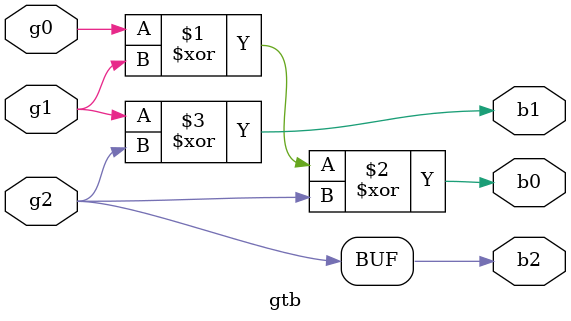
<source format=v>
module gtb(g2, g1, g0, b2, b1, b0);
    input g2, g1, g0;
    output b2, b1, b0;
    assign b0 = g0 ^ g1 ^ g2;
    assign b1 = g1 ^ g2;
    assign b2 = g2;
endmodule

</source>
